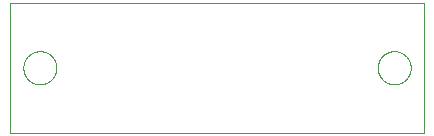
<source format=gko>
G75*
%MOIN*%
%OFA0B0*%
%FSLAX25Y25*%
%IPPOS*%
%LPD*%
%AMOC8*
5,1,8,0,0,1.08239X$1,22.5*
%
%ADD10C,0.00000*%
D10*
X0003469Y0075862D02*
X0003469Y0119169D01*
X0141264Y0119169D01*
X0141264Y0075862D01*
X0003469Y0075862D01*
X0007799Y0097516D02*
X0007801Y0097664D01*
X0007807Y0097812D01*
X0007817Y0097960D01*
X0007831Y0098107D01*
X0007849Y0098254D01*
X0007870Y0098400D01*
X0007896Y0098546D01*
X0007926Y0098691D01*
X0007959Y0098835D01*
X0007997Y0098978D01*
X0008038Y0099120D01*
X0008083Y0099261D01*
X0008131Y0099401D01*
X0008184Y0099540D01*
X0008240Y0099677D01*
X0008300Y0099812D01*
X0008363Y0099946D01*
X0008430Y0100078D01*
X0008501Y0100208D01*
X0008575Y0100336D01*
X0008652Y0100462D01*
X0008733Y0100586D01*
X0008817Y0100708D01*
X0008904Y0100827D01*
X0008995Y0100944D01*
X0009089Y0101059D01*
X0009185Y0101171D01*
X0009285Y0101281D01*
X0009387Y0101387D01*
X0009493Y0101491D01*
X0009601Y0101592D01*
X0009712Y0101690D01*
X0009825Y0101786D01*
X0009941Y0101878D01*
X0010059Y0101967D01*
X0010180Y0102052D01*
X0010303Y0102135D01*
X0010428Y0102214D01*
X0010555Y0102290D01*
X0010684Y0102362D01*
X0010815Y0102431D01*
X0010948Y0102496D01*
X0011083Y0102557D01*
X0011219Y0102615D01*
X0011356Y0102670D01*
X0011495Y0102720D01*
X0011636Y0102767D01*
X0011777Y0102810D01*
X0011920Y0102850D01*
X0012064Y0102885D01*
X0012208Y0102917D01*
X0012354Y0102944D01*
X0012500Y0102968D01*
X0012647Y0102988D01*
X0012794Y0103004D01*
X0012941Y0103016D01*
X0013089Y0103024D01*
X0013237Y0103028D01*
X0013385Y0103028D01*
X0013533Y0103024D01*
X0013681Y0103016D01*
X0013828Y0103004D01*
X0013975Y0102988D01*
X0014122Y0102968D01*
X0014268Y0102944D01*
X0014414Y0102917D01*
X0014558Y0102885D01*
X0014702Y0102850D01*
X0014845Y0102810D01*
X0014986Y0102767D01*
X0015127Y0102720D01*
X0015266Y0102670D01*
X0015403Y0102615D01*
X0015539Y0102557D01*
X0015674Y0102496D01*
X0015807Y0102431D01*
X0015938Y0102362D01*
X0016067Y0102290D01*
X0016194Y0102214D01*
X0016319Y0102135D01*
X0016442Y0102052D01*
X0016563Y0101967D01*
X0016681Y0101878D01*
X0016797Y0101786D01*
X0016910Y0101690D01*
X0017021Y0101592D01*
X0017129Y0101491D01*
X0017235Y0101387D01*
X0017337Y0101281D01*
X0017437Y0101171D01*
X0017533Y0101059D01*
X0017627Y0100944D01*
X0017718Y0100827D01*
X0017805Y0100708D01*
X0017889Y0100586D01*
X0017970Y0100462D01*
X0018047Y0100336D01*
X0018121Y0100208D01*
X0018192Y0100078D01*
X0018259Y0099946D01*
X0018322Y0099812D01*
X0018382Y0099677D01*
X0018438Y0099540D01*
X0018491Y0099401D01*
X0018539Y0099261D01*
X0018584Y0099120D01*
X0018625Y0098978D01*
X0018663Y0098835D01*
X0018696Y0098691D01*
X0018726Y0098546D01*
X0018752Y0098400D01*
X0018773Y0098254D01*
X0018791Y0098107D01*
X0018805Y0097960D01*
X0018815Y0097812D01*
X0018821Y0097664D01*
X0018823Y0097516D01*
X0018821Y0097368D01*
X0018815Y0097220D01*
X0018805Y0097072D01*
X0018791Y0096925D01*
X0018773Y0096778D01*
X0018752Y0096632D01*
X0018726Y0096486D01*
X0018696Y0096341D01*
X0018663Y0096197D01*
X0018625Y0096054D01*
X0018584Y0095912D01*
X0018539Y0095771D01*
X0018491Y0095631D01*
X0018438Y0095492D01*
X0018382Y0095355D01*
X0018322Y0095220D01*
X0018259Y0095086D01*
X0018192Y0094954D01*
X0018121Y0094824D01*
X0018047Y0094696D01*
X0017970Y0094570D01*
X0017889Y0094446D01*
X0017805Y0094324D01*
X0017718Y0094205D01*
X0017627Y0094088D01*
X0017533Y0093973D01*
X0017437Y0093861D01*
X0017337Y0093751D01*
X0017235Y0093645D01*
X0017129Y0093541D01*
X0017021Y0093440D01*
X0016910Y0093342D01*
X0016797Y0093246D01*
X0016681Y0093154D01*
X0016563Y0093065D01*
X0016442Y0092980D01*
X0016319Y0092897D01*
X0016194Y0092818D01*
X0016067Y0092742D01*
X0015938Y0092670D01*
X0015807Y0092601D01*
X0015674Y0092536D01*
X0015539Y0092475D01*
X0015403Y0092417D01*
X0015266Y0092362D01*
X0015127Y0092312D01*
X0014986Y0092265D01*
X0014845Y0092222D01*
X0014702Y0092182D01*
X0014558Y0092147D01*
X0014414Y0092115D01*
X0014268Y0092088D01*
X0014122Y0092064D01*
X0013975Y0092044D01*
X0013828Y0092028D01*
X0013681Y0092016D01*
X0013533Y0092008D01*
X0013385Y0092004D01*
X0013237Y0092004D01*
X0013089Y0092008D01*
X0012941Y0092016D01*
X0012794Y0092028D01*
X0012647Y0092044D01*
X0012500Y0092064D01*
X0012354Y0092088D01*
X0012208Y0092115D01*
X0012064Y0092147D01*
X0011920Y0092182D01*
X0011777Y0092222D01*
X0011636Y0092265D01*
X0011495Y0092312D01*
X0011356Y0092362D01*
X0011219Y0092417D01*
X0011083Y0092475D01*
X0010948Y0092536D01*
X0010815Y0092601D01*
X0010684Y0092670D01*
X0010555Y0092742D01*
X0010428Y0092818D01*
X0010303Y0092897D01*
X0010180Y0092980D01*
X0010059Y0093065D01*
X0009941Y0093154D01*
X0009825Y0093246D01*
X0009712Y0093342D01*
X0009601Y0093440D01*
X0009493Y0093541D01*
X0009387Y0093645D01*
X0009285Y0093751D01*
X0009185Y0093861D01*
X0009089Y0093973D01*
X0008995Y0094088D01*
X0008904Y0094205D01*
X0008817Y0094324D01*
X0008733Y0094446D01*
X0008652Y0094570D01*
X0008575Y0094696D01*
X0008501Y0094824D01*
X0008430Y0094954D01*
X0008363Y0095086D01*
X0008300Y0095220D01*
X0008240Y0095355D01*
X0008184Y0095492D01*
X0008131Y0095631D01*
X0008083Y0095771D01*
X0008038Y0095912D01*
X0007997Y0096054D01*
X0007959Y0096197D01*
X0007926Y0096341D01*
X0007896Y0096486D01*
X0007870Y0096632D01*
X0007849Y0096778D01*
X0007831Y0096925D01*
X0007817Y0097072D01*
X0007807Y0097220D01*
X0007801Y0097368D01*
X0007799Y0097516D01*
X0125909Y0097516D02*
X0125911Y0097664D01*
X0125917Y0097812D01*
X0125927Y0097960D01*
X0125941Y0098107D01*
X0125959Y0098254D01*
X0125980Y0098400D01*
X0126006Y0098546D01*
X0126036Y0098691D01*
X0126069Y0098835D01*
X0126107Y0098978D01*
X0126148Y0099120D01*
X0126193Y0099261D01*
X0126241Y0099401D01*
X0126294Y0099540D01*
X0126350Y0099677D01*
X0126410Y0099812D01*
X0126473Y0099946D01*
X0126540Y0100078D01*
X0126611Y0100208D01*
X0126685Y0100336D01*
X0126762Y0100462D01*
X0126843Y0100586D01*
X0126927Y0100708D01*
X0127014Y0100827D01*
X0127105Y0100944D01*
X0127199Y0101059D01*
X0127295Y0101171D01*
X0127395Y0101281D01*
X0127497Y0101387D01*
X0127603Y0101491D01*
X0127711Y0101592D01*
X0127822Y0101690D01*
X0127935Y0101786D01*
X0128051Y0101878D01*
X0128169Y0101967D01*
X0128290Y0102052D01*
X0128413Y0102135D01*
X0128538Y0102214D01*
X0128665Y0102290D01*
X0128794Y0102362D01*
X0128925Y0102431D01*
X0129058Y0102496D01*
X0129193Y0102557D01*
X0129329Y0102615D01*
X0129466Y0102670D01*
X0129605Y0102720D01*
X0129746Y0102767D01*
X0129887Y0102810D01*
X0130030Y0102850D01*
X0130174Y0102885D01*
X0130318Y0102917D01*
X0130464Y0102944D01*
X0130610Y0102968D01*
X0130757Y0102988D01*
X0130904Y0103004D01*
X0131051Y0103016D01*
X0131199Y0103024D01*
X0131347Y0103028D01*
X0131495Y0103028D01*
X0131643Y0103024D01*
X0131791Y0103016D01*
X0131938Y0103004D01*
X0132085Y0102988D01*
X0132232Y0102968D01*
X0132378Y0102944D01*
X0132524Y0102917D01*
X0132668Y0102885D01*
X0132812Y0102850D01*
X0132955Y0102810D01*
X0133096Y0102767D01*
X0133237Y0102720D01*
X0133376Y0102670D01*
X0133513Y0102615D01*
X0133649Y0102557D01*
X0133784Y0102496D01*
X0133917Y0102431D01*
X0134048Y0102362D01*
X0134177Y0102290D01*
X0134304Y0102214D01*
X0134429Y0102135D01*
X0134552Y0102052D01*
X0134673Y0101967D01*
X0134791Y0101878D01*
X0134907Y0101786D01*
X0135020Y0101690D01*
X0135131Y0101592D01*
X0135239Y0101491D01*
X0135345Y0101387D01*
X0135447Y0101281D01*
X0135547Y0101171D01*
X0135643Y0101059D01*
X0135737Y0100944D01*
X0135828Y0100827D01*
X0135915Y0100708D01*
X0135999Y0100586D01*
X0136080Y0100462D01*
X0136157Y0100336D01*
X0136231Y0100208D01*
X0136302Y0100078D01*
X0136369Y0099946D01*
X0136432Y0099812D01*
X0136492Y0099677D01*
X0136548Y0099540D01*
X0136601Y0099401D01*
X0136649Y0099261D01*
X0136694Y0099120D01*
X0136735Y0098978D01*
X0136773Y0098835D01*
X0136806Y0098691D01*
X0136836Y0098546D01*
X0136862Y0098400D01*
X0136883Y0098254D01*
X0136901Y0098107D01*
X0136915Y0097960D01*
X0136925Y0097812D01*
X0136931Y0097664D01*
X0136933Y0097516D01*
X0136931Y0097368D01*
X0136925Y0097220D01*
X0136915Y0097072D01*
X0136901Y0096925D01*
X0136883Y0096778D01*
X0136862Y0096632D01*
X0136836Y0096486D01*
X0136806Y0096341D01*
X0136773Y0096197D01*
X0136735Y0096054D01*
X0136694Y0095912D01*
X0136649Y0095771D01*
X0136601Y0095631D01*
X0136548Y0095492D01*
X0136492Y0095355D01*
X0136432Y0095220D01*
X0136369Y0095086D01*
X0136302Y0094954D01*
X0136231Y0094824D01*
X0136157Y0094696D01*
X0136080Y0094570D01*
X0135999Y0094446D01*
X0135915Y0094324D01*
X0135828Y0094205D01*
X0135737Y0094088D01*
X0135643Y0093973D01*
X0135547Y0093861D01*
X0135447Y0093751D01*
X0135345Y0093645D01*
X0135239Y0093541D01*
X0135131Y0093440D01*
X0135020Y0093342D01*
X0134907Y0093246D01*
X0134791Y0093154D01*
X0134673Y0093065D01*
X0134552Y0092980D01*
X0134429Y0092897D01*
X0134304Y0092818D01*
X0134177Y0092742D01*
X0134048Y0092670D01*
X0133917Y0092601D01*
X0133784Y0092536D01*
X0133649Y0092475D01*
X0133513Y0092417D01*
X0133376Y0092362D01*
X0133237Y0092312D01*
X0133096Y0092265D01*
X0132955Y0092222D01*
X0132812Y0092182D01*
X0132668Y0092147D01*
X0132524Y0092115D01*
X0132378Y0092088D01*
X0132232Y0092064D01*
X0132085Y0092044D01*
X0131938Y0092028D01*
X0131791Y0092016D01*
X0131643Y0092008D01*
X0131495Y0092004D01*
X0131347Y0092004D01*
X0131199Y0092008D01*
X0131051Y0092016D01*
X0130904Y0092028D01*
X0130757Y0092044D01*
X0130610Y0092064D01*
X0130464Y0092088D01*
X0130318Y0092115D01*
X0130174Y0092147D01*
X0130030Y0092182D01*
X0129887Y0092222D01*
X0129746Y0092265D01*
X0129605Y0092312D01*
X0129466Y0092362D01*
X0129329Y0092417D01*
X0129193Y0092475D01*
X0129058Y0092536D01*
X0128925Y0092601D01*
X0128794Y0092670D01*
X0128665Y0092742D01*
X0128538Y0092818D01*
X0128413Y0092897D01*
X0128290Y0092980D01*
X0128169Y0093065D01*
X0128051Y0093154D01*
X0127935Y0093246D01*
X0127822Y0093342D01*
X0127711Y0093440D01*
X0127603Y0093541D01*
X0127497Y0093645D01*
X0127395Y0093751D01*
X0127295Y0093861D01*
X0127199Y0093973D01*
X0127105Y0094088D01*
X0127014Y0094205D01*
X0126927Y0094324D01*
X0126843Y0094446D01*
X0126762Y0094570D01*
X0126685Y0094696D01*
X0126611Y0094824D01*
X0126540Y0094954D01*
X0126473Y0095086D01*
X0126410Y0095220D01*
X0126350Y0095355D01*
X0126294Y0095492D01*
X0126241Y0095631D01*
X0126193Y0095771D01*
X0126148Y0095912D01*
X0126107Y0096054D01*
X0126069Y0096197D01*
X0126036Y0096341D01*
X0126006Y0096486D01*
X0125980Y0096632D01*
X0125959Y0096778D01*
X0125941Y0096925D01*
X0125927Y0097072D01*
X0125917Y0097220D01*
X0125911Y0097368D01*
X0125909Y0097516D01*
M02*

</source>
